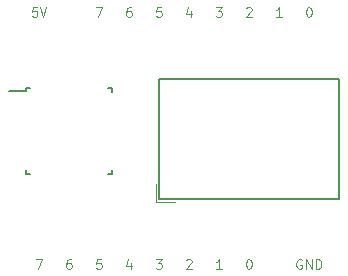
<source format=gbr>
G04 #@! TF.GenerationSoftware,KiCad,Pcbnew,(5.0.0)*
G04 #@! TF.CreationDate,2019-07-22T19:17:55-04:00*
G04 #@! TF.ProjectId,7segment,377365676D656E742E6B696361645F70,rev?*
G04 #@! TF.SameCoordinates,Original*
G04 #@! TF.FileFunction,Legend,Top*
G04 #@! TF.FilePolarity,Positive*
%FSLAX46Y46*%
G04 Gerber Fmt 4.6, Leading zero omitted, Abs format (unit mm)*
G04 Created by KiCad (PCBNEW (5.0.0)) date 07/22/19 19:17:55*
%MOMM*%
%LPD*%
G01*
G04 APERTURE LIST*
%ADD10C,0.100000*%
%ADD11C,0.120000*%
%ADD12C,0.150000*%
G04 APERTURE END LIST*
D10*
X85750476Y-57258000D02*
X85674285Y-57219904D01*
X85560000Y-57219904D01*
X85445714Y-57258000D01*
X85369523Y-57334190D01*
X85331428Y-57410380D01*
X85293333Y-57562761D01*
X85293333Y-57677047D01*
X85331428Y-57829428D01*
X85369523Y-57905619D01*
X85445714Y-57981809D01*
X85560000Y-58019904D01*
X85636190Y-58019904D01*
X85750476Y-57981809D01*
X85788571Y-57943714D01*
X85788571Y-57677047D01*
X85636190Y-57677047D01*
X86131428Y-58019904D02*
X86131428Y-57219904D01*
X86588571Y-58019904D01*
X86588571Y-57219904D01*
X86969523Y-58019904D02*
X86969523Y-57219904D01*
X87160000Y-57219904D01*
X87274285Y-57258000D01*
X87350476Y-57334190D01*
X87388571Y-57410380D01*
X87426666Y-57562761D01*
X87426666Y-57677047D01*
X87388571Y-57829428D01*
X87350476Y-57905619D01*
X87274285Y-57981809D01*
X87160000Y-58019904D01*
X86969523Y-58019904D01*
X71272380Y-57486571D02*
X71272380Y-58019904D01*
X71081904Y-57181809D02*
X70891428Y-57753238D01*
X71386666Y-57753238D01*
X78968571Y-58019904D02*
X78511428Y-58019904D01*
X78740000Y-58019904D02*
X78740000Y-57219904D01*
X78663809Y-57334190D01*
X78587619Y-57410380D01*
X78511428Y-57448476D01*
X73393333Y-57219904D02*
X73888571Y-57219904D01*
X73621904Y-57524666D01*
X73736190Y-57524666D01*
X73812380Y-57562761D01*
X73850476Y-57600857D01*
X73888571Y-57677047D01*
X73888571Y-57867523D01*
X73850476Y-57943714D01*
X73812380Y-57981809D01*
X73736190Y-58019904D01*
X73507619Y-58019904D01*
X73431428Y-57981809D01*
X73393333Y-57943714D01*
X81241904Y-57219904D02*
X81318095Y-57219904D01*
X81394285Y-57258000D01*
X81432380Y-57296095D01*
X81470476Y-57372285D01*
X81508571Y-57524666D01*
X81508571Y-57715142D01*
X81470476Y-57867523D01*
X81432380Y-57943714D01*
X81394285Y-57981809D01*
X81318095Y-58019904D01*
X81241904Y-58019904D01*
X81165714Y-57981809D01*
X81127619Y-57943714D01*
X81089523Y-57867523D01*
X81051428Y-57715142D01*
X81051428Y-57524666D01*
X81089523Y-57372285D01*
X81127619Y-57296095D01*
X81165714Y-57258000D01*
X81241904Y-57219904D01*
X63233333Y-57219904D02*
X63766666Y-57219904D01*
X63423809Y-58019904D01*
X75971428Y-57296095D02*
X76009523Y-57258000D01*
X76085714Y-57219904D01*
X76276190Y-57219904D01*
X76352380Y-57258000D01*
X76390476Y-57296095D01*
X76428571Y-57372285D01*
X76428571Y-57448476D01*
X76390476Y-57562761D01*
X75933333Y-58019904D01*
X76428571Y-58019904D01*
X66192380Y-57219904D02*
X66040000Y-57219904D01*
X65963809Y-57258000D01*
X65925714Y-57296095D01*
X65849523Y-57410380D01*
X65811428Y-57562761D01*
X65811428Y-57867523D01*
X65849523Y-57943714D01*
X65887619Y-57981809D01*
X65963809Y-58019904D01*
X66116190Y-58019904D01*
X66192380Y-57981809D01*
X66230476Y-57943714D01*
X66268571Y-57867523D01*
X66268571Y-57677047D01*
X66230476Y-57600857D01*
X66192380Y-57562761D01*
X66116190Y-57524666D01*
X65963809Y-57524666D01*
X65887619Y-57562761D01*
X65849523Y-57600857D01*
X65811428Y-57677047D01*
X68770476Y-57219904D02*
X68389523Y-57219904D01*
X68351428Y-57600857D01*
X68389523Y-57562761D01*
X68465714Y-57524666D01*
X68656190Y-57524666D01*
X68732380Y-57562761D01*
X68770476Y-57600857D01*
X68808571Y-57677047D01*
X68808571Y-57867523D01*
X68770476Y-57943714D01*
X68732380Y-57981809D01*
X68656190Y-58019904D01*
X68465714Y-58019904D01*
X68389523Y-57981809D01*
X68351428Y-57943714D01*
X68313333Y-35883904D02*
X68846666Y-35883904D01*
X68503809Y-36683904D01*
X71272380Y-35883904D02*
X71120000Y-35883904D01*
X71043809Y-35922000D01*
X71005714Y-35960095D01*
X70929523Y-36074380D01*
X70891428Y-36226761D01*
X70891428Y-36531523D01*
X70929523Y-36607714D01*
X70967619Y-36645809D01*
X71043809Y-36683904D01*
X71196190Y-36683904D01*
X71272380Y-36645809D01*
X71310476Y-36607714D01*
X71348571Y-36531523D01*
X71348571Y-36341047D01*
X71310476Y-36264857D01*
X71272380Y-36226761D01*
X71196190Y-36188666D01*
X71043809Y-36188666D01*
X70967619Y-36226761D01*
X70929523Y-36264857D01*
X70891428Y-36341047D01*
X73850476Y-35883904D02*
X73469523Y-35883904D01*
X73431428Y-36264857D01*
X73469523Y-36226761D01*
X73545714Y-36188666D01*
X73736190Y-36188666D01*
X73812380Y-36226761D01*
X73850476Y-36264857D01*
X73888571Y-36341047D01*
X73888571Y-36531523D01*
X73850476Y-36607714D01*
X73812380Y-36645809D01*
X73736190Y-36683904D01*
X73545714Y-36683904D01*
X73469523Y-36645809D01*
X73431428Y-36607714D01*
X76352380Y-36150571D02*
X76352380Y-36683904D01*
X76161904Y-35845809D02*
X75971428Y-36417238D01*
X76466666Y-36417238D01*
X78473333Y-35883904D02*
X78968571Y-35883904D01*
X78701904Y-36188666D01*
X78816190Y-36188666D01*
X78892380Y-36226761D01*
X78930476Y-36264857D01*
X78968571Y-36341047D01*
X78968571Y-36531523D01*
X78930476Y-36607714D01*
X78892380Y-36645809D01*
X78816190Y-36683904D01*
X78587619Y-36683904D01*
X78511428Y-36645809D01*
X78473333Y-36607714D01*
X81051428Y-35960095D02*
X81089523Y-35922000D01*
X81165714Y-35883904D01*
X81356190Y-35883904D01*
X81432380Y-35922000D01*
X81470476Y-35960095D01*
X81508571Y-36036285D01*
X81508571Y-36112476D01*
X81470476Y-36226761D01*
X81013333Y-36683904D01*
X81508571Y-36683904D01*
X84048571Y-36683904D02*
X83591428Y-36683904D01*
X83820000Y-36683904D02*
X83820000Y-35883904D01*
X83743809Y-35998190D01*
X83667619Y-36074380D01*
X83591428Y-36112476D01*
X86321904Y-35883904D02*
X86398095Y-35883904D01*
X86474285Y-35922000D01*
X86512380Y-35960095D01*
X86550476Y-36036285D01*
X86588571Y-36188666D01*
X86588571Y-36379142D01*
X86550476Y-36531523D01*
X86512380Y-36607714D01*
X86474285Y-36645809D01*
X86398095Y-36683904D01*
X86321904Y-36683904D01*
X86245714Y-36645809D01*
X86207619Y-36607714D01*
X86169523Y-36531523D01*
X86131428Y-36379142D01*
X86131428Y-36188666D01*
X86169523Y-36036285D01*
X86207619Y-35960095D01*
X86245714Y-35922000D01*
X86321904Y-35883904D01*
X63347619Y-35883904D02*
X62966666Y-35883904D01*
X62928571Y-36264857D01*
X62966666Y-36226761D01*
X63042857Y-36188666D01*
X63233333Y-36188666D01*
X63309523Y-36226761D01*
X63347619Y-36264857D01*
X63385714Y-36341047D01*
X63385714Y-36531523D01*
X63347619Y-36607714D01*
X63309523Y-36645809D01*
X63233333Y-36683904D01*
X63042857Y-36683904D01*
X62966666Y-36645809D01*
X62928571Y-36607714D01*
X63614285Y-35883904D02*
X63880952Y-36683904D01*
X64147619Y-35883904D01*
D11*
G04 #@! TO.C,U1*
X73406000Y-52324000D02*
X73406000Y-50800000D01*
X75036000Y-52324000D02*
X73406000Y-52324000D01*
D12*
X73660000Y-41910000D02*
X73660000Y-52070000D01*
X73660000Y-52070000D02*
X88900000Y-52070000D01*
X88900000Y-52070000D02*
X88900000Y-41910000D01*
X88900000Y-41910000D02*
X73660000Y-41910000D01*
G04 #@! TO.C,U2*
X62415000Y-42730000D02*
X62415000Y-42955000D01*
X69665000Y-42730000D02*
X69665000Y-43055000D01*
X69665000Y-49980000D02*
X69665000Y-49655000D01*
X62415000Y-49980000D02*
X62415000Y-49655000D01*
X62415000Y-42730000D02*
X62740000Y-42730000D01*
X62415000Y-49980000D02*
X62740000Y-49980000D01*
X69665000Y-49980000D02*
X69340000Y-49980000D01*
X69665000Y-42730000D02*
X69340000Y-42730000D01*
X62415000Y-42955000D02*
X60990000Y-42955000D01*
G04 #@! TD*
M02*

</source>
